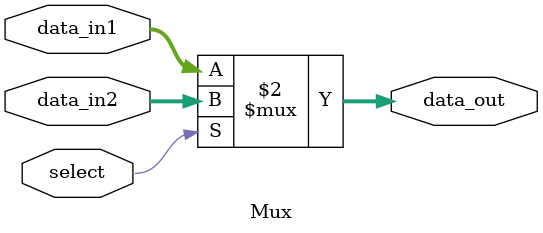
<source format=v>
`timescale 1ns / 1ps


module Mux #(
        parameter DATA_WIDTH = 32
    )(
        input [DATA_WIDTH - 1:0] data_in1,
        input [DATA_WIDTH - 1:0] data_in2,
        input select,
        output [DATA_WIDTH - 1:0] data_out
    );
    assign data_out = (select == 0 ? data_in1 : data_in2);
endmodule

</source>
